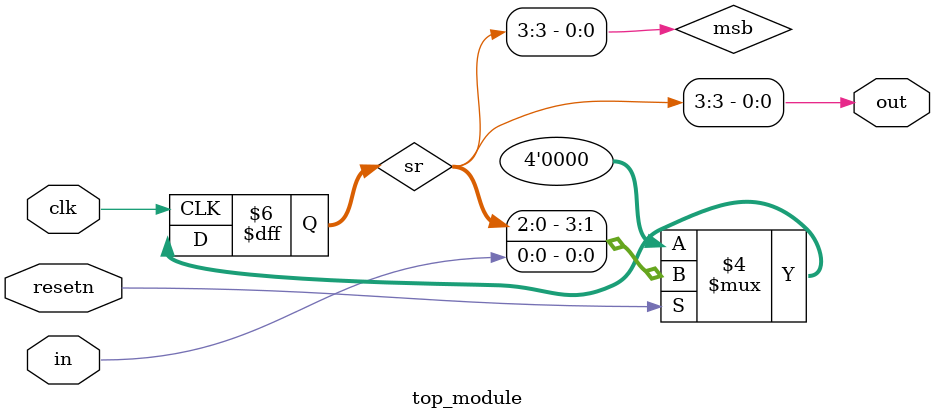
<source format=sv>
module top_module (
    input clk,
    input resetn,
    input in,
    output out
);

	reg [3:0] sr;
	wire msb;
	
	assign msb = sr[3];
	assign out = msb;
	
	always @(posedge clk) begin
		if (!resetn) begin
			sr <= 4'b0;
		end else begin
			sr <= {sr[2:0], in};
		end
	end

endmodule

</source>
